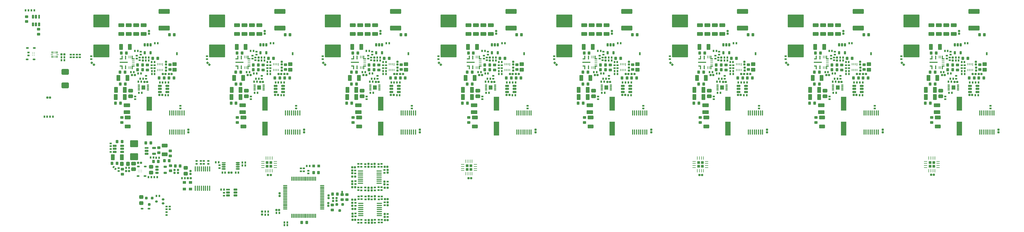
<source format=gtp>
G04*
G04 #@! TF.GenerationSoftware,Altium Limited,Altium Designer,19.1.6 (110)*
G04*
G04 Layer_Color=8421504*
%FSLAX43Y43*%
%MOMM*%
G71*
G01*
G75*
%ADD16R,0.900X0.900*%
G04:AMPARAMS|DCode=17|XSize=0.95mm|YSize=0.9mm|CornerRadius=0.09mm|HoleSize=0mm|Usage=FLASHONLY|Rotation=0.000|XOffset=0mm|YOffset=0mm|HoleType=Round|Shape=RoundedRectangle|*
%AMROUNDEDRECTD17*
21,1,0.950,0.720,0,0,0.0*
21,1,0.770,0.900,0,0,0.0*
1,1,0.180,0.385,-0.360*
1,1,0.180,-0.385,-0.360*
1,1,0.180,-0.385,0.360*
1,1,0.180,0.385,0.360*
%
%ADD17ROUNDEDRECTD17*%
G04:AMPARAMS|DCode=18|XSize=0.62mm|YSize=0.66mm|CornerRadius=0.062mm|HoleSize=0mm|Usage=FLASHONLY|Rotation=180.000|XOffset=0mm|YOffset=0mm|HoleType=Round|Shape=RoundedRectangle|*
%AMROUNDEDRECTD18*
21,1,0.620,0.536,0,0,180.0*
21,1,0.496,0.660,0,0,180.0*
1,1,0.124,-0.248,0.268*
1,1,0.124,0.248,0.268*
1,1,0.124,0.248,-0.268*
1,1,0.124,-0.248,-0.268*
%
%ADD18ROUNDEDRECTD18*%
G04:AMPARAMS|DCode=19|XSize=0.8mm|YSize=0.9mm|CornerRadius=0.2mm|HoleSize=0mm|Usage=FLASHONLY|Rotation=0.000|XOffset=0mm|YOffset=0mm|HoleType=Round|Shape=RoundedRectangle|*
%AMROUNDEDRECTD19*
21,1,0.800,0.500,0,0,0.0*
21,1,0.400,0.900,0,0,0.0*
1,1,0.400,0.200,-0.250*
1,1,0.400,-0.200,-0.250*
1,1,0.400,-0.200,0.250*
1,1,0.400,0.200,0.250*
%
%ADD19ROUNDEDRECTD19*%
%ADD20R,0.500X0.500*%
G04:AMPARAMS|DCode=21|XSize=0.95mm|YSize=0.9mm|CornerRadius=0.135mm|HoleSize=0mm|Usage=FLASHONLY|Rotation=90.000|XOffset=0mm|YOffset=0mm|HoleType=Round|Shape=RoundedRectangle|*
%AMROUNDEDRECTD21*
21,1,0.950,0.630,0,0,90.0*
21,1,0.680,0.900,0,0,90.0*
1,1,0.270,0.315,0.340*
1,1,0.270,0.315,-0.340*
1,1,0.270,-0.315,-0.340*
1,1,0.270,-0.315,0.340*
%
%ADD21ROUNDEDRECTD21*%
G04:AMPARAMS|DCode=22|XSize=0.62mm|YSize=0.66mm|CornerRadius=0.062mm|HoleSize=0mm|Usage=FLASHONLY|Rotation=270.000|XOffset=0mm|YOffset=0mm|HoleType=Round|Shape=RoundedRectangle|*
%AMROUNDEDRECTD22*
21,1,0.620,0.536,0,0,270.0*
21,1,0.496,0.660,0,0,270.0*
1,1,0.124,-0.268,-0.248*
1,1,0.124,-0.268,0.248*
1,1,0.124,0.268,0.248*
1,1,0.124,0.268,-0.248*
%
%ADD22ROUNDEDRECTD22*%
G04:AMPARAMS|DCode=23|XSize=0.65mm|YSize=0.57mm|CornerRadius=0.057mm|HoleSize=0mm|Usage=FLASHONLY|Rotation=180.000|XOffset=0mm|YOffset=0mm|HoleType=Round|Shape=RoundedRectangle|*
%AMROUNDEDRECTD23*
21,1,0.650,0.456,0,0,180.0*
21,1,0.536,0.570,0,0,180.0*
1,1,0.114,-0.268,0.228*
1,1,0.114,0.268,0.228*
1,1,0.114,0.268,-0.228*
1,1,0.114,-0.268,-0.228*
%
%ADD23ROUNDEDRECTD23*%
G04:AMPARAMS|DCode=24|XSize=0.35mm|YSize=1.7mm|CornerRadius=0.053mm|HoleSize=0mm|Usage=FLASHONLY|Rotation=90.000|XOffset=0mm|YOffset=0mm|HoleType=Round|Shape=RoundedRectangle|*
%AMROUNDEDRECTD24*
21,1,0.350,1.595,0,0,90.0*
21,1,0.245,1.700,0,0,90.0*
1,1,0.105,0.798,0.123*
1,1,0.105,0.798,-0.123*
1,1,0.105,-0.798,-0.123*
1,1,0.105,-0.798,0.123*
%
%ADD24ROUNDEDRECTD24*%
G04:AMPARAMS|DCode=25|XSize=0.65mm|YSize=0.57mm|CornerRadius=0.057mm|HoleSize=0mm|Usage=FLASHONLY|Rotation=90.000|XOffset=0mm|YOffset=0mm|HoleType=Round|Shape=RoundedRectangle|*
%AMROUNDEDRECTD25*
21,1,0.650,0.456,0,0,90.0*
21,1,0.536,0.570,0,0,90.0*
1,1,0.114,0.228,0.268*
1,1,0.114,0.228,-0.268*
1,1,0.114,-0.228,-0.268*
1,1,0.114,-0.228,0.268*
%
%ADD25ROUNDEDRECTD25*%
G04:AMPARAMS|DCode=26|XSize=0.5mm|YSize=0.8mm|CornerRadius=0.125mm|HoleSize=0mm|Usage=FLASHONLY|Rotation=270.000|XOffset=0mm|YOffset=0mm|HoleType=Round|Shape=RoundedRectangle|*
%AMROUNDEDRECTD26*
21,1,0.500,0.550,0,0,270.0*
21,1,0.250,0.800,0,0,270.0*
1,1,0.250,-0.275,-0.125*
1,1,0.250,-0.275,0.125*
1,1,0.250,0.275,0.125*
1,1,0.250,0.275,-0.125*
%
%ADD26ROUNDEDRECTD26*%
G04:AMPARAMS|DCode=27|XSize=1.45mm|YSize=1.15mm|CornerRadius=0.173mm|HoleSize=0mm|Usage=FLASHONLY|Rotation=0.000|XOffset=0mm|YOffset=0mm|HoleType=Round|Shape=RoundedRectangle|*
%AMROUNDEDRECTD27*
21,1,1.450,0.805,0,0,0.0*
21,1,1.105,1.150,0,0,0.0*
1,1,0.345,0.553,-0.403*
1,1,0.345,-0.553,-0.403*
1,1,0.345,-0.553,0.403*
1,1,0.345,0.553,0.403*
%
%ADD27ROUNDEDRECTD27*%
%ADD28O,0.350X1.700*%
G04:AMPARAMS|DCode=29|XSize=0.65mm|YSize=1.2mm|CornerRadius=0.163mm|HoleSize=0mm|Usage=FLASHONLY|Rotation=90.000|XOffset=0mm|YOffset=0mm|HoleType=Round|Shape=RoundedRectangle|*
%AMROUNDEDRECTD29*
21,1,0.650,0.875,0,0,90.0*
21,1,0.325,1.200,0,0,90.0*
1,1,0.325,0.438,0.163*
1,1,0.325,0.438,-0.163*
1,1,0.325,-0.438,-0.163*
1,1,0.325,-0.438,0.163*
%
%ADD29ROUNDEDRECTD29*%
%ADD30R,1.200X0.650*%
G04:AMPARAMS|DCode=31|XSize=0.6mm|YSize=1.2mm|CornerRadius=0.09mm|HoleSize=0mm|Usage=FLASHONLY|Rotation=90.000|XOffset=0mm|YOffset=0mm|HoleType=Round|Shape=RoundedRectangle|*
%AMROUNDEDRECTD31*
21,1,0.600,1.020,0,0,90.0*
21,1,0.420,1.200,0,0,90.0*
1,1,0.180,0.510,0.210*
1,1,0.180,0.510,-0.210*
1,1,0.180,-0.510,-0.210*
1,1,0.180,-0.510,0.210*
%
%ADD31ROUNDEDRECTD31*%
%ADD32R,1.200X0.600*%
G04:AMPARAMS|DCode=33|XSize=0.95mm|YSize=0.9mm|CornerRadius=0.09mm|HoleSize=0mm|Usage=FLASHONLY|Rotation=90.000|XOffset=0mm|YOffset=0mm|HoleType=Round|Shape=RoundedRectangle|*
%AMROUNDEDRECTD33*
21,1,0.950,0.720,0,0,90.0*
21,1,0.770,0.900,0,0,90.0*
1,1,0.180,0.360,0.385*
1,1,0.180,0.360,-0.385*
1,1,0.180,-0.360,-0.385*
1,1,0.180,-0.360,0.385*
%
%ADD33ROUNDEDRECTD33*%
G04:AMPARAMS|DCode=34|XSize=1.8mm|YSize=1.25mm|CornerRadius=0.188mm|HoleSize=0mm|Usage=FLASHONLY|Rotation=180.000|XOffset=0mm|YOffset=0mm|HoleType=Round|Shape=RoundedRectangle|*
%AMROUNDEDRECTD34*
21,1,1.800,0.875,0,0,180.0*
21,1,1.425,1.250,0,0,180.0*
1,1,0.375,-0.713,0.438*
1,1,0.375,0.713,0.438*
1,1,0.375,0.713,-0.438*
1,1,0.375,-0.713,-0.438*
%
%ADD34ROUNDEDRECTD34*%
G04:AMPARAMS|DCode=35|XSize=0.6mm|YSize=1.1mm|CornerRadius=0.15mm|HoleSize=0mm|Usage=FLASHONLY|Rotation=0.000|XOffset=0mm|YOffset=0mm|HoleType=Round|Shape=RoundedRectangle|*
%AMROUNDEDRECTD35*
21,1,0.600,0.800,0,0,0.0*
21,1,0.300,1.100,0,0,0.0*
1,1,0.300,0.150,-0.400*
1,1,0.300,-0.150,-0.400*
1,1,0.300,-0.150,0.400*
1,1,0.300,0.150,0.400*
%
%ADD35ROUNDEDRECTD35*%
G04:AMPARAMS|DCode=36|XSize=2.3mm|YSize=1.8mm|CornerRadius=0.27mm|HoleSize=0mm|Usage=FLASHONLY|Rotation=180.000|XOffset=0mm|YOffset=0mm|HoleType=Round|Shape=RoundedRectangle|*
%AMROUNDEDRECTD36*
21,1,2.300,1.260,0,0,180.0*
21,1,1.760,1.800,0,0,180.0*
1,1,0.540,-0.880,0.630*
1,1,0.540,0.880,0.630*
1,1,0.540,0.880,-0.630*
1,1,0.540,-0.880,-0.630*
%
%ADD36ROUNDEDRECTD36*%
G04:AMPARAMS|DCode=37|XSize=0.9mm|YSize=0.9mm|CornerRadius=0.135mm|HoleSize=0mm|Usage=FLASHONLY|Rotation=270.000|XOffset=0mm|YOffset=0mm|HoleType=Round|Shape=RoundedRectangle|*
%AMROUNDEDRECTD37*
21,1,0.900,0.630,0,0,270.0*
21,1,0.630,0.900,0,0,270.0*
1,1,0.270,-0.315,-0.315*
1,1,0.270,-0.315,0.315*
1,1,0.270,0.315,0.315*
1,1,0.270,0.315,-0.315*
%
%ADD37ROUNDEDRECTD37*%
%ADD38R,0.300X0.680*%
%ADD39R,0.250X0.680*%
%ADD40R,0.730X0.270*%
%ADD41R,0.800X0.300*%
%ADD42R,1.300X1.400*%
G04:AMPARAMS|DCode=43|XSize=0.65mm|YSize=0.57mm|CornerRadius=0.057mm|HoleSize=0mm|Usage=FLASHONLY|Rotation=45.000|XOffset=0mm|YOffset=0mm|HoleType=Round|Shape=RoundedRectangle|*
%AMROUNDEDRECTD43*
21,1,0.650,0.456,0,0,45.0*
21,1,0.536,0.570,0,0,45.0*
1,1,0.114,0.351,0.028*
1,1,0.114,-0.028,-0.351*
1,1,0.114,-0.351,-0.028*
1,1,0.114,0.028,0.351*
%
%ADD43ROUNDEDRECTD43*%
%ADD44C,0.250*%
G04:AMPARAMS|DCode=45|XSize=1.8mm|YSize=1.25mm|CornerRadius=0.188mm|HoleSize=0mm|Usage=FLASHONLY|Rotation=270.000|XOffset=0mm|YOffset=0mm|HoleType=Round|Shape=RoundedRectangle|*
%AMROUNDEDRECTD45*
21,1,1.800,0.875,0,0,270.0*
21,1,1.425,1.250,0,0,270.0*
1,1,0.375,-0.438,-0.713*
1,1,0.375,-0.438,0.713*
1,1,0.375,0.438,0.713*
1,1,0.375,0.438,-0.713*
%
%ADD45ROUNDEDRECTD45*%
%ADD46R,1.800X4.500*%
G04:AMPARAMS|DCode=47|XSize=2mm|YSize=1.2mm|CornerRadius=0.12mm|HoleSize=0mm|Usage=FLASHONLY|Rotation=180.000|XOffset=0mm|YOffset=0mm|HoleType=Round|Shape=RoundedRectangle|*
%AMROUNDEDRECTD47*
21,1,2.000,0.960,0,0,180.0*
21,1,1.760,1.200,0,0,180.0*
1,1,0.240,-0.880,0.480*
1,1,0.240,0.880,0.480*
1,1,0.240,0.880,-0.480*
1,1,0.240,-0.880,-0.480*
%
%ADD47ROUNDEDRECTD47*%
G04:AMPARAMS|DCode=48|XSize=2.5mm|YSize=2.2mm|CornerRadius=0.22mm|HoleSize=0mm|Usage=FLASHONLY|Rotation=0.000|XOffset=0mm|YOffset=0mm|HoleType=Round|Shape=RoundedRectangle|*
%AMROUNDEDRECTD48*
21,1,2.500,1.760,0,0,0.0*
21,1,2.060,2.200,0,0,0.0*
1,1,0.440,1.030,-0.880*
1,1,0.440,-1.030,-0.880*
1,1,0.440,-1.030,0.880*
1,1,0.440,1.030,0.880*
%
%ADD48ROUNDEDRECTD48*%
G04:AMPARAMS|DCode=49|XSize=0.33mm|YSize=1.13mm|CornerRadius=0.005mm|HoleSize=0mm|Usage=FLASHONLY|Rotation=180.000|XOffset=0mm|YOffset=0mm|HoleType=Round|Shape=RoundedRectangle|*
%AMROUNDEDRECTD49*
21,1,0.330,1.120,0,0,180.0*
21,1,0.320,1.130,0,0,180.0*
1,1,0.010,-0.160,0.560*
1,1,0.010,0.160,0.560*
1,1,0.010,0.160,-0.560*
1,1,0.010,-0.160,-0.560*
%
%ADD49ROUNDEDRECTD49*%
G04:AMPARAMS|DCode=50|XSize=0.33mm|YSize=0.93mm|CornerRadius=0.005mm|HoleSize=0mm|Usage=FLASHONLY|Rotation=270.000|XOffset=0mm|YOffset=0mm|HoleType=Round|Shape=RoundedRectangle|*
%AMROUNDEDRECTD50*
21,1,0.330,0.920,0,0,270.0*
21,1,0.320,0.930,0,0,270.0*
1,1,0.010,-0.460,-0.160*
1,1,0.010,-0.460,0.160*
1,1,0.010,0.460,0.160*
1,1,0.010,0.460,-0.160*
%
%ADD50ROUNDEDRECTD50*%
G04:AMPARAMS|DCode=51|XSize=0.18mm|YSize=0.83mm|CornerRadius=0mm|HoleSize=0mm|Usage=FLASHONLY|Rotation=0.000|XOffset=0mm|YOffset=0mm|HoleType=Round|Shape=RoundedRectangle|*
%AMROUNDEDRECTD51*
21,1,0.180,0.830,0,0,0.0*
21,1,0.180,0.830,0,0,0.0*
1,1,0.000,0.090,-0.415*
1,1,0.000,-0.090,-0.415*
1,1,0.000,-0.090,0.415*
1,1,0.000,0.090,0.415*
%
%ADD51ROUNDEDRECTD51*%
G04:AMPARAMS|DCode=52|XSize=0.33mm|YSize=0.83mm|CornerRadius=0.005mm|HoleSize=0mm|Usage=FLASHONLY|Rotation=270.000|XOffset=0mm|YOffset=0mm|HoleType=Round|Shape=RoundedRectangle|*
%AMROUNDEDRECTD52*
21,1,0.330,0.820,0,0,270.0*
21,1,0.320,0.830,0,0,270.0*
1,1,0.010,-0.410,-0.160*
1,1,0.010,-0.410,0.160*
1,1,0.010,0.410,0.160*
1,1,0.010,0.410,-0.160*
%
%ADD52ROUNDEDRECTD52*%
G04:AMPARAMS|DCode=53|XSize=0.28mm|YSize=1.13mm|CornerRadius=0mm|HoleSize=0mm|Usage=FLASHONLY|Rotation=0.000|XOffset=0mm|YOffset=0mm|HoleType=Round|Shape=RoundedRectangle|*
%AMROUNDEDRECTD53*
21,1,0.280,1.130,0,0,0.0*
21,1,0.280,1.130,0,0,0.0*
1,1,0.000,0.140,-0.565*
1,1,0.000,-0.140,-0.565*
1,1,0.000,-0.140,0.565*
1,1,0.000,0.140,0.565*
%
%ADD53ROUNDEDRECTD53*%
G04:AMPARAMS|DCode=54|XSize=0.18mm|YSize=0.83mm|CornerRadius=0mm|HoleSize=0mm|Usage=FLASHONLY|Rotation=270.000|XOffset=0mm|YOffset=0mm|HoleType=Round|Shape=RoundedRectangle|*
%AMROUNDEDRECTD54*
21,1,0.180,0.830,0,0,270.0*
21,1,0.180,0.830,0,0,270.0*
1,1,0.000,-0.415,-0.090*
1,1,0.000,-0.415,0.090*
1,1,0.000,0.415,0.090*
1,1,0.000,0.415,-0.090*
%
%ADD54ROUNDEDRECTD54*%
G04:AMPARAMS|DCode=55|XSize=0.23mm|YSize=0.83mm|CornerRadius=0mm|HoleSize=0mm|Usage=FLASHONLY|Rotation=270.000|XOffset=0mm|YOffset=0mm|HoleType=Round|Shape=RoundedRectangle|*
%AMROUNDEDRECTD55*
21,1,0.230,0.830,0,0,270.0*
21,1,0.230,0.830,0,0,270.0*
1,1,0.000,-0.415,-0.115*
1,1,0.000,-0.415,0.115*
1,1,0.000,0.415,0.115*
1,1,0.000,0.415,-0.115*
%
%ADD55ROUNDEDRECTD55*%
G04:AMPARAMS|DCode=56|XSize=0.33mm|YSize=2.53mm|CornerRadius=0.005mm|HoleSize=0mm|Usage=FLASHONLY|Rotation=270.000|XOffset=0mm|YOffset=0mm|HoleType=Round|Shape=RoundedRectangle|*
%AMROUNDEDRECTD56*
21,1,0.330,2.520,0,0,270.0*
21,1,0.320,2.530,0,0,270.0*
1,1,0.010,-1.260,-0.160*
1,1,0.010,-1.260,0.160*
1,1,0.010,1.260,0.160*
1,1,0.010,1.260,-0.160*
%
%ADD56ROUNDEDRECTD56*%
%ADD57O,1.100X0.250*%
%ADD58O,0.250X1.100*%
G04:AMPARAMS|DCode=59|XSize=1.35mm|YSize=1.15mm|CornerRadius=0.173mm|HoleSize=0mm|Usage=FLASHONLY|Rotation=0.000|XOffset=0mm|YOffset=0mm|HoleType=Round|Shape=RoundedRectangle|*
%AMROUNDEDRECTD59*
21,1,1.350,0.805,0,0,0.0*
21,1,1.005,1.150,0,0,0.0*
1,1,0.345,0.502,-0.403*
1,1,0.345,-0.502,-0.403*
1,1,0.345,-0.502,0.403*
1,1,0.345,0.502,0.403*
%
%ADD59ROUNDEDRECTD59*%
G04:AMPARAMS|DCode=60|XSize=0.7mm|YSize=0.8mm|CornerRadius=0.175mm|HoleSize=0mm|Usage=FLASHONLY|Rotation=270.000|XOffset=0mm|YOffset=0mm|HoleType=Round|Shape=RoundedRectangle|*
%AMROUNDEDRECTD60*
21,1,0.700,0.450,0,0,270.0*
21,1,0.350,0.800,0,0,270.0*
1,1,0.350,-0.225,-0.175*
1,1,0.350,-0.225,0.175*
1,1,0.350,0.225,0.175*
1,1,0.350,0.225,-0.175*
%
%ADD60ROUNDEDRECTD60*%
G04:AMPARAMS|DCode=61|XSize=0.62mm|YSize=0.66mm|CornerRadius=0.062mm|HoleSize=0mm|Usage=FLASHONLY|Rotation=45.000|XOffset=0mm|YOffset=0mm|HoleType=Round|Shape=RoundedRectangle|*
%AMROUNDEDRECTD61*
21,1,0.620,0.536,0,0,45.0*
21,1,0.496,0.660,0,0,45.0*
1,1,0.124,0.365,-0.014*
1,1,0.124,0.014,-0.365*
1,1,0.124,-0.365,0.014*
1,1,0.124,-0.014,0.365*
%
%ADD61ROUNDEDRECTD61*%
G04:AMPARAMS|DCode=62|XSize=5.1mm|YSize=4.1mm|CornerRadius=0.205mm|HoleSize=0mm|Usage=FLASHONLY|Rotation=180.000|XOffset=0mm|YOffset=0mm|HoleType=Round|Shape=RoundedRectangle|*
%AMROUNDEDRECTD62*
21,1,5.100,3.690,0,0,180.0*
21,1,4.690,4.100,0,0,180.0*
1,1,0.410,-2.345,1.845*
1,1,0.410,2.345,1.845*
1,1,0.410,2.345,-1.845*
1,1,0.410,-2.345,-1.845*
%
%ADD62ROUNDEDRECTD62*%
G04:AMPARAMS|DCode=63|XSize=3.5mm|YSize=1.6mm|CornerRadius=0.24mm|HoleSize=0mm|Usage=FLASHONLY|Rotation=0.000|XOffset=0mm|YOffset=0mm|HoleType=Round|Shape=RoundedRectangle|*
%AMROUNDEDRECTD63*
21,1,3.500,1.120,0,0,0.0*
21,1,3.020,1.600,0,0,0.0*
1,1,0.480,1.510,-0.560*
1,1,0.480,-1.510,-0.560*
1,1,0.480,-1.510,0.560*
1,1,0.480,1.510,0.560*
%
%ADD63ROUNDEDRECTD63*%
G04:AMPARAMS|DCode=64|XSize=1.3mm|YSize=1.2mm|CornerRadius=0.12mm|HoleSize=0mm|Usage=FLASHONLY|Rotation=180.000|XOffset=0mm|YOffset=0mm|HoleType=Round|Shape=RoundedRectangle|*
%AMROUNDEDRECTD64*
21,1,1.300,0.960,0,0,180.0*
21,1,1.060,1.200,0,0,180.0*
1,1,0.240,-0.530,0.480*
1,1,0.240,0.530,0.480*
1,1,0.240,0.530,-0.480*
1,1,0.240,-0.530,-0.480*
%
%ADD64ROUNDEDRECTD64*%
%ADD65R,0.250X0.800*%
%ADD66R,0.250X0.900*%
%ADD67R,1.300X0.450*%
%ADD68O,1.300X0.450*%
%ADD69R,1.000X0.900*%
%ADD70O,1.500X0.300*%
%ADD71O,0.300X1.500*%
G04:AMPARAMS|DCode=72|XSize=0.6mm|YSize=1.2mm|CornerRadius=0.09mm|HoleSize=0mm|Usage=FLASHONLY|Rotation=0.000|XOffset=0mm|YOffset=0mm|HoleType=Round|Shape=RoundedRectangle|*
%AMROUNDEDRECTD72*
21,1,0.600,1.020,0,0,0.0*
21,1,0.420,1.200,0,0,0.0*
1,1,0.180,0.210,-0.510*
1,1,0.180,-0.210,-0.510*
1,1,0.180,-0.210,0.510*
1,1,0.180,0.210,0.510*
%
%ADD72ROUNDEDRECTD72*%
%ADD73R,0.600X1.200*%
G04:AMPARAMS|DCode=74|XSize=0.6mm|YSize=1.1mm|CornerRadius=0.15mm|HoleSize=0mm|Usage=FLASHONLY|Rotation=90.000|XOffset=0mm|YOffset=0mm|HoleType=Round|Shape=RoundedRectangle|*
%AMROUNDEDRECTD74*
21,1,0.600,0.800,0,0,90.0*
21,1,0.300,1.100,0,0,90.0*
1,1,0.300,0.400,0.150*
1,1,0.300,0.400,-0.150*
1,1,0.300,-0.400,-0.150*
1,1,0.300,-0.400,0.150*
%
%ADD74ROUNDEDRECTD74*%
G04:AMPARAMS|DCode=75|XSize=1.35mm|YSize=1.15mm|CornerRadius=0.173mm|HoleSize=0mm|Usage=FLASHONLY|Rotation=270.000|XOffset=0mm|YOffset=0mm|HoleType=Round|Shape=RoundedRectangle|*
%AMROUNDEDRECTD75*
21,1,1.350,0.805,0,0,270.0*
21,1,1.005,1.150,0,0,270.0*
1,1,0.345,-0.403,-0.502*
1,1,0.345,-0.403,0.502*
1,1,0.345,0.403,0.502*
1,1,0.345,0.403,-0.502*
%
%ADD75ROUNDEDRECTD75*%
D16*
X299225Y19900D02*
D03*
X299225Y21100D02*
D03*
X298025Y19900D02*
D03*
X298025Y21100D02*
D03*
X225575Y19900D02*
D03*
X225575Y21100D02*
D03*
X224375Y19900D02*
D03*
X224375Y21100D02*
D03*
X151925Y18900D02*
D03*
X151925Y20100D02*
D03*
X150725Y18900D02*
D03*
X150725Y20100D02*
D03*
X88275Y19900D02*
D03*
X88275Y21100D02*
D03*
X87075Y19900D02*
D03*
X87075Y21100D02*
D03*
D17*
X107800Y7575D02*
D03*
Y5975D02*
D03*
X110950Y9250D02*
D03*
Y10850D02*
D03*
X112450Y9250D02*
D03*
Y10850D02*
D03*
X56275Y23225D02*
D03*
Y24825D02*
D03*
X52625Y24225D02*
D03*
Y25825D02*
D03*
X10500Y67700D02*
D03*
Y66100D02*
D03*
X41000Y17400D02*
D03*
Y19000D02*
D03*
X56325Y18450D02*
D03*
Y20050D02*
D03*
X313900Y52375D02*
D03*
Y50775D02*
D03*
X277075Y52375D02*
D03*
Y50775D02*
D03*
X240250Y52375D02*
D03*
Y50775D02*
D03*
X203425Y52375D02*
D03*
Y50775D02*
D03*
X166600Y52375D02*
D03*
Y50775D02*
D03*
X129775Y52375D02*
D03*
Y50775D02*
D03*
X92950Y52375D02*
D03*
Y50775D02*
D03*
X56125Y52375D02*
D03*
Y50775D02*
D03*
X298575Y35475D02*
D03*
Y33875D02*
D03*
X306750Y52275D02*
D03*
Y50675D02*
D03*
X261750Y35475D02*
D03*
Y33875D02*
D03*
X269925Y52275D02*
D03*
Y50675D02*
D03*
X224925Y35475D02*
D03*
Y33875D02*
D03*
X233100Y52275D02*
D03*
Y50675D02*
D03*
X188100Y35475D02*
D03*
Y33875D02*
D03*
X196275Y52275D02*
D03*
Y50675D02*
D03*
X151275Y35475D02*
D03*
Y33875D02*
D03*
X159450Y52275D02*
D03*
Y50675D02*
D03*
X114450Y35475D02*
D03*
Y33875D02*
D03*
X122625Y52275D02*
D03*
Y50675D02*
D03*
X77625Y35475D02*
D03*
Y33875D02*
D03*
X85800Y52275D02*
D03*
Y50675D02*
D03*
X40800Y35475D02*
D03*
Y33875D02*
D03*
X48975Y52275D02*
D03*
Y50675D02*
D03*
X14375Y62075D02*
D03*
Y63675D02*
D03*
D18*
X109150Y9765D02*
D03*
Y8885D02*
D03*
X106500Y8165D02*
D03*
Y7285D02*
D03*
X108100Y8835D02*
D03*
Y9715D02*
D03*
X106600Y9710D02*
D03*
Y10590D02*
D03*
X124475Y4655D02*
D03*
Y3775D02*
D03*
X114175Y7325D02*
D03*
Y8205D02*
D03*
X120400Y2745D02*
D03*
Y1865D02*
D03*
X119400Y9425D02*
D03*
Y10305D02*
D03*
X125450Y7500D02*
D03*
Y8380D02*
D03*
X114225Y4755D02*
D03*
Y3875D02*
D03*
X121325Y9425D02*
D03*
Y10305D02*
D03*
X119375Y2745D02*
D03*
Y1865D02*
D03*
X121275Y19775D02*
D03*
Y20655D02*
D03*
X119325Y13095D02*
D03*
Y12215D02*
D03*
X125400Y17850D02*
D03*
Y18730D02*
D03*
X114175Y15105D02*
D03*
Y14225D02*
D03*
X120350Y13095D02*
D03*
Y12215D02*
D03*
X124425Y15005D02*
D03*
Y14125D02*
D03*
X119350Y19775D02*
D03*
Y20655D02*
D03*
X114125Y17675D02*
D03*
Y18555D02*
D03*
X305275Y54615D02*
D03*
Y53735D02*
D03*
X268450Y54615D02*
D03*
Y53735D02*
D03*
X231625Y54615D02*
D03*
Y53735D02*
D03*
X194800Y54615D02*
D03*
Y53735D02*
D03*
X157975Y54615D02*
D03*
Y53735D02*
D03*
X121150Y54615D02*
D03*
Y53735D02*
D03*
X84325Y54615D02*
D03*
Y53735D02*
D03*
X47500Y54615D02*
D03*
Y53735D02*
D03*
X307250Y63090D02*
D03*
Y62210D02*
D03*
X319775Y30735D02*
D03*
Y31615D02*
D03*
X312650Y53265D02*
D03*
Y52385D02*
D03*
X312675Y51390D02*
D03*
Y50510D02*
D03*
X270425Y63090D02*
D03*
Y62210D02*
D03*
X282950Y30735D02*
D03*
Y31615D02*
D03*
X275825Y53265D02*
D03*
Y52385D02*
D03*
X275850Y51390D02*
D03*
Y50510D02*
D03*
X233600Y63090D02*
D03*
Y62210D02*
D03*
X246125Y30735D02*
D03*
Y31615D02*
D03*
X239000Y53265D02*
D03*
Y52385D02*
D03*
X239025Y51390D02*
D03*
Y50510D02*
D03*
X196775Y63090D02*
D03*
Y62210D02*
D03*
X209300Y30735D02*
D03*
Y31615D02*
D03*
X202175Y53265D02*
D03*
Y52385D02*
D03*
X202200Y51390D02*
D03*
Y50510D02*
D03*
X159950Y63090D02*
D03*
Y62210D02*
D03*
X172475Y30735D02*
D03*
Y31615D02*
D03*
X165350Y53265D02*
D03*
Y52385D02*
D03*
X165375Y51390D02*
D03*
Y50510D02*
D03*
X123125Y63090D02*
D03*
Y62210D02*
D03*
X135650Y30735D02*
D03*
Y31615D02*
D03*
X128525Y53265D02*
D03*
Y52385D02*
D03*
X128550Y51390D02*
D03*
Y50510D02*
D03*
X86300Y63090D02*
D03*
Y62210D02*
D03*
X98825Y30735D02*
D03*
Y31615D02*
D03*
X91700Y53265D02*
D03*
Y52385D02*
D03*
X91725Y51390D02*
D03*
Y50510D02*
D03*
X49475Y63090D02*
D03*
Y62210D02*
D03*
X62000Y30735D02*
D03*
Y31615D02*
D03*
X54875Y53265D02*
D03*
Y52385D02*
D03*
X54900Y51390D02*
D03*
Y50510D02*
D03*
X57625Y18690D02*
D03*
Y17810D02*
D03*
X62650Y18365D02*
D03*
Y17485D02*
D03*
X85470Y4525D02*
D03*
Y5405D02*
D03*
X91050Y10410D02*
D03*
Y11290D02*
D03*
X58675Y18690D02*
D03*
Y17810D02*
D03*
D19*
X111150Y7750D02*
D03*
X109250D02*
D03*
X110200Y5750D02*
D03*
X50525Y9725D02*
D03*
X48625D02*
D03*
X49575Y7725D02*
D03*
D20*
X110975Y11825D02*
D03*
Y11425D02*
D03*
X58350Y55675D02*
D03*
Y56075D02*
D03*
X316125D02*
D03*
Y55675D02*
D03*
X279300Y56075D02*
D03*
Y55675D02*
D03*
X242475Y56075D02*
D03*
Y55675D02*
D03*
X205650Y56075D02*
D03*
Y55675D02*
D03*
X168825Y56075D02*
D03*
Y55675D02*
D03*
X132000Y56075D02*
D03*
Y55675D02*
D03*
X95175Y56075D02*
D03*
Y55675D02*
D03*
D21*
X109423Y11000D02*
D03*
X107927D02*
D03*
X55873Y21700D02*
D03*
X54377D02*
D03*
X315298Y61875D02*
D03*
X313802D02*
D03*
X278473D02*
D03*
X276977D02*
D03*
X241648D02*
D03*
X240152D02*
D03*
X204823D02*
D03*
X203327D02*
D03*
X167998D02*
D03*
X166502D02*
D03*
X131173D02*
D03*
X129677D02*
D03*
X94348D02*
D03*
X92852D02*
D03*
X57523D02*
D03*
X56027D02*
D03*
X59348Y19975D02*
D03*
X57852D02*
D03*
D22*
X125415Y9415D02*
D03*
X124535D02*
D03*
X114235Y6265D02*
D03*
X115115D02*
D03*
X125440Y2740D02*
D03*
X124560D02*
D03*
X114185Y9240D02*
D03*
X115065D02*
D03*
X114235Y2840D02*
D03*
X115115D02*
D03*
X125365Y19765D02*
D03*
X124485D02*
D03*
X114185Y13190D02*
D03*
X115065D02*
D03*
X125390Y13090D02*
D03*
X124510D02*
D03*
X114135Y19590D02*
D03*
X115015D02*
D03*
X114185Y16615D02*
D03*
X115065D02*
D03*
X17135Y41825D02*
D03*
X18015D02*
D03*
X152005Y16100D02*
D03*
X151125D02*
D03*
X21635Y55675D02*
D03*
X22515D02*
D03*
X301860Y49025D02*
D03*
X302740D02*
D03*
X265035D02*
D03*
X265915D02*
D03*
X228210D02*
D03*
X229090D02*
D03*
X191385D02*
D03*
X192265D02*
D03*
X154560D02*
D03*
X155440D02*
D03*
X117735D02*
D03*
X118615D02*
D03*
X80910D02*
D03*
X81790D02*
D03*
X44085D02*
D03*
X44965D02*
D03*
X305805Y46875D02*
D03*
X306685D02*
D03*
X268980D02*
D03*
X269860D02*
D03*
X232155D02*
D03*
X233035D02*
D03*
X195330D02*
D03*
X196210D02*
D03*
X158505D02*
D03*
X159385D02*
D03*
X121680D02*
D03*
X122560D02*
D03*
X84855D02*
D03*
X85735D02*
D03*
X48030D02*
D03*
X48910D02*
D03*
X90915Y5975D02*
D03*
X90035D02*
D03*
X62740Y16125D02*
D03*
X61860D02*
D03*
X310585Y42650D02*
D03*
X311465D02*
D03*
X314440Y49400D02*
D03*
X313560D02*
D03*
X311635Y49400D02*
D03*
X312515D02*
D03*
X273760Y42650D02*
D03*
X274640D02*
D03*
X277615Y49400D02*
D03*
X276735D02*
D03*
X274810Y49400D02*
D03*
X275690D02*
D03*
X236935Y42650D02*
D03*
X237815D02*
D03*
X240790Y49400D02*
D03*
X239910D02*
D03*
X237985Y49400D02*
D03*
X238865D02*
D03*
X200110Y42650D02*
D03*
X200990D02*
D03*
X203965Y49400D02*
D03*
X203085D02*
D03*
X201160Y49400D02*
D03*
X202040D02*
D03*
X163285Y42650D02*
D03*
X164165D02*
D03*
X167140Y49400D02*
D03*
X166260D02*
D03*
X164335Y49400D02*
D03*
X165215D02*
D03*
X126460Y42650D02*
D03*
X127340D02*
D03*
X130315Y49400D02*
D03*
X129435D02*
D03*
X127510Y49400D02*
D03*
X128390D02*
D03*
X89635Y42650D02*
D03*
X90515D02*
D03*
X93490Y49400D02*
D03*
X92610D02*
D03*
X90685Y49400D02*
D03*
X91565D02*
D03*
X52810Y42650D02*
D03*
X53690D02*
D03*
X56665Y49400D02*
D03*
X55785D02*
D03*
X53860Y49400D02*
D03*
X54740D02*
D03*
X87335Y17150D02*
D03*
X88215D02*
D03*
X74869Y17859D02*
D03*
X75749D02*
D03*
X224635Y17150D02*
D03*
X225515D02*
D03*
X298360Y17200D02*
D03*
X299240D02*
D03*
X43115Y18425D02*
D03*
X42235D02*
D03*
X46035Y21025D02*
D03*
X46915D02*
D03*
D23*
X125450Y4665D02*
D03*
Y3755D02*
D03*
X115150Y7310D02*
D03*
Y8220D02*
D03*
X123550Y1935D02*
D03*
Y2845D02*
D03*
X116200Y10295D02*
D03*
Y9385D02*
D03*
X122600Y1940D02*
D03*
Y2850D02*
D03*
X117125Y10305D02*
D03*
Y9395D02*
D03*
X121375Y2785D02*
D03*
Y1875D02*
D03*
X118400Y9360D02*
D03*
Y10270D02*
D03*
X124475Y7465D02*
D03*
Y8375D02*
D03*
X115200Y4820D02*
D03*
Y3910D02*
D03*
X123525Y10295D02*
D03*
Y9385D02*
D03*
X116125Y1910D02*
D03*
Y2820D02*
D03*
X122600Y10280D02*
D03*
Y9370D02*
D03*
X117075Y1885D02*
D03*
Y2795D02*
D03*
X120375Y9365D02*
D03*
Y10275D02*
D03*
X118375Y2760D02*
D03*
Y1850D02*
D03*
X120325Y19715D02*
D03*
Y20625D02*
D03*
X118325Y13110D02*
D03*
Y12200D02*
D03*
X118350Y19710D02*
D03*
Y20620D02*
D03*
X122550Y20630D02*
D03*
Y19720D02*
D03*
X117025Y12235D02*
D03*
Y13145D02*
D03*
X123475Y20645D02*
D03*
Y19735D02*
D03*
X116075Y12260D02*
D03*
Y13170D02*
D03*
X117075Y20655D02*
D03*
Y19745D02*
D03*
X124425Y17815D02*
D03*
Y18725D02*
D03*
X116150Y20645D02*
D03*
Y19735D02*
D03*
X115150Y15170D02*
D03*
Y14260D02*
D03*
X121325Y13135D02*
D03*
Y12225D02*
D03*
X122550Y12290D02*
D03*
Y13200D02*
D03*
X115100Y17660D02*
D03*
Y18570D02*
D03*
X123500Y12285D02*
D03*
Y13195D02*
D03*
X125400Y15015D02*
D03*
Y14105D02*
D03*
X64650Y21580D02*
D03*
Y20670D02*
D03*
X68350Y21580D02*
D03*
Y20670D02*
D03*
X50350Y52175D02*
D03*
Y51265D02*
D03*
X27425Y55585D02*
D03*
Y54675D02*
D03*
X26500Y55585D02*
D03*
Y54675D02*
D03*
X25550Y55585D02*
D03*
Y54675D02*
D03*
X24600Y55585D02*
D03*
Y54675D02*
D03*
X39825Y18370D02*
D03*
Y19280D02*
D03*
X317250Y38345D02*
D03*
Y39255D02*
D03*
X280425Y38345D02*
D03*
Y39255D02*
D03*
X243600Y38345D02*
D03*
Y39255D02*
D03*
X206775Y38345D02*
D03*
Y39255D02*
D03*
X169950Y38345D02*
D03*
Y39255D02*
D03*
X133125Y38345D02*
D03*
Y39255D02*
D03*
X96300Y38345D02*
D03*
Y39255D02*
D03*
X59475Y38345D02*
D03*
Y39255D02*
D03*
X304600Y55570D02*
D03*
Y56480D02*
D03*
X267775Y55570D02*
D03*
Y56480D02*
D03*
X230950Y55570D02*
D03*
Y56480D02*
D03*
X194125Y55570D02*
D03*
Y56480D02*
D03*
X157300Y55570D02*
D03*
Y56480D02*
D03*
X120475Y55570D02*
D03*
Y56480D02*
D03*
X83650Y55570D02*
D03*
Y56480D02*
D03*
X46825Y55570D02*
D03*
Y56480D02*
D03*
X306350Y48780D02*
D03*
Y47870D02*
D03*
X303350Y54320D02*
D03*
Y55230D02*
D03*
X304300Y54655D02*
D03*
Y53745D02*
D03*
X269525Y48780D02*
D03*
Y47870D02*
D03*
X266525Y54320D02*
D03*
Y55230D02*
D03*
X267475Y54655D02*
D03*
Y53745D02*
D03*
X232700Y48780D02*
D03*
Y47870D02*
D03*
X229700Y54320D02*
D03*
Y55230D02*
D03*
X230650Y54655D02*
D03*
Y53745D02*
D03*
X195875Y48780D02*
D03*
Y47870D02*
D03*
X192875Y54320D02*
D03*
Y55230D02*
D03*
X193825Y54655D02*
D03*
Y53745D02*
D03*
X159050Y48780D02*
D03*
Y47870D02*
D03*
X156050Y54320D02*
D03*
Y55230D02*
D03*
X157000Y54655D02*
D03*
Y53745D02*
D03*
X122225Y48780D02*
D03*
Y47870D02*
D03*
X119225Y54320D02*
D03*
Y55230D02*
D03*
X120175Y54655D02*
D03*
Y53745D02*
D03*
X85400Y48780D02*
D03*
Y47870D02*
D03*
X82400Y54320D02*
D03*
Y55230D02*
D03*
X83350Y54655D02*
D03*
Y53745D02*
D03*
X48575Y48780D02*
D03*
Y47870D02*
D03*
X45575Y54320D02*
D03*
Y55230D02*
D03*
X46525Y54655D02*
D03*
Y53745D02*
D03*
X97800Y19255D02*
D03*
Y18345D02*
D03*
X98750Y19250D02*
D03*
Y18340D02*
D03*
X55100Y5255D02*
D03*
Y4345D02*
D03*
X55100Y7075D02*
D03*
Y6165D02*
D03*
X56075Y7080D02*
D03*
Y6170D02*
D03*
X302875Y41295D02*
D03*
Y42205D02*
D03*
X288900Y55030D02*
D03*
Y54120D02*
D03*
X309025Y51270D02*
D03*
Y52180D02*
D03*
X308125Y51265D02*
D03*
Y52175D02*
D03*
X266050Y41295D02*
D03*
Y42205D02*
D03*
X252075Y55030D02*
D03*
Y54120D02*
D03*
X272200Y51270D02*
D03*
Y52180D02*
D03*
X271300Y51265D02*
D03*
Y52175D02*
D03*
X229225Y41295D02*
D03*
Y42205D02*
D03*
X215250Y55030D02*
D03*
Y54120D02*
D03*
X235375Y51270D02*
D03*
Y52180D02*
D03*
X234475Y51265D02*
D03*
Y52175D02*
D03*
X192400Y41295D02*
D03*
Y42205D02*
D03*
X178425Y55030D02*
D03*
Y54120D02*
D03*
X198550Y51270D02*
D03*
Y52180D02*
D03*
X197650Y51265D02*
D03*
Y52175D02*
D03*
X155575Y41295D02*
D03*
Y42205D02*
D03*
X141600Y55030D02*
D03*
Y54120D02*
D03*
X161725Y51270D02*
D03*
Y52180D02*
D03*
X160825Y51265D02*
D03*
Y52175D02*
D03*
X118750Y41295D02*
D03*
Y42205D02*
D03*
X104775Y55030D02*
D03*
Y54120D02*
D03*
X124900Y51270D02*
D03*
Y52180D02*
D03*
X124000Y51265D02*
D03*
Y52175D02*
D03*
X81925Y41295D02*
D03*
Y42205D02*
D03*
X67950Y55030D02*
D03*
Y54120D02*
D03*
X88075Y51270D02*
D03*
Y52180D02*
D03*
X87175Y51265D02*
D03*
Y52175D02*
D03*
X45100Y41295D02*
D03*
Y42205D02*
D03*
X31125Y55030D02*
D03*
Y54120D02*
D03*
X51250Y51270D02*
D03*
Y52180D02*
D03*
X71900Y20230D02*
D03*
Y19320D02*
D03*
X65975Y20670D02*
D03*
Y21580D02*
D03*
X66925Y20670D02*
D03*
Y21580D02*
D03*
X100175Y18505D02*
D03*
Y17595D02*
D03*
X73325Y10545D02*
D03*
Y11455D02*
D03*
X11100Y55295D02*
D03*
Y56205D02*
D03*
X37300Y26320D02*
D03*
Y27230D02*
D03*
X37300Y25385D02*
D03*
Y24475D02*
D03*
D24*
X116875Y8040D02*
D03*
Y7390D02*
D03*
Y6740D02*
D03*
Y6090D02*
D03*
Y5440D02*
D03*
Y4790D02*
D03*
Y4140D02*
D03*
X122775Y8040D02*
D03*
Y7390D02*
D03*
Y6740D02*
D03*
Y6090D02*
D03*
Y5440D02*
D03*
Y4790D02*
D03*
Y4140D02*
D03*
X116825Y18390D02*
D03*
Y17740D02*
D03*
Y17090D02*
D03*
Y16440D02*
D03*
Y15790D02*
D03*
Y15140D02*
D03*
Y14490D02*
D03*
X122725Y18390D02*
D03*
Y17740D02*
D03*
Y17090D02*
D03*
Y16440D02*
D03*
Y15790D02*
D03*
Y15140D02*
D03*
Y14490D02*
D03*
D25*
X22530Y53775D02*
D03*
X21620D02*
D03*
X52705Y22650D02*
D03*
X51795D02*
D03*
X50875Y22675D02*
D03*
X49965D02*
D03*
X47205Y43325D02*
D03*
X46295D02*
D03*
X306270Y54650D02*
D03*
X307180D02*
D03*
X302770Y56750D02*
D03*
X303680D02*
D03*
X309120Y59225D02*
D03*
X310030D02*
D03*
X269445Y54650D02*
D03*
X270355D02*
D03*
X265945Y56750D02*
D03*
X266855D02*
D03*
X272295Y59225D02*
D03*
X273205D02*
D03*
X232620Y54650D02*
D03*
X233530D02*
D03*
X229120Y56750D02*
D03*
X230030D02*
D03*
X235470Y59225D02*
D03*
X236380D02*
D03*
X195795Y54650D02*
D03*
X196705D02*
D03*
X192295Y56750D02*
D03*
X193205D02*
D03*
X198645Y59225D02*
D03*
X199555D02*
D03*
X158970Y54650D02*
D03*
X159880D02*
D03*
X155470Y56750D02*
D03*
X156380D02*
D03*
X161820Y59225D02*
D03*
X162730D02*
D03*
X122145Y54650D02*
D03*
X123055D02*
D03*
X118645Y56750D02*
D03*
X119555D02*
D03*
X124995Y59225D02*
D03*
X125905D02*
D03*
X85320Y54650D02*
D03*
X86230D02*
D03*
X81820Y56750D02*
D03*
X82730D02*
D03*
X88170Y59225D02*
D03*
X89080D02*
D03*
X48495Y54650D02*
D03*
X49405D02*
D03*
X44995Y56750D02*
D03*
X45905D02*
D03*
X51345Y59225D02*
D03*
X52255D02*
D03*
X22530Y54700D02*
D03*
X21620D02*
D03*
X42220Y19425D02*
D03*
X43130D02*
D03*
X303770Y49525D02*
D03*
X304680D02*
D03*
X266945D02*
D03*
X267855D02*
D03*
X230120D02*
D03*
X231030D02*
D03*
X193295D02*
D03*
X194205D02*
D03*
X156470D02*
D03*
X157380D02*
D03*
X119645D02*
D03*
X120555D02*
D03*
X82820D02*
D03*
X83730D02*
D03*
X45995D02*
D03*
X46905D02*
D03*
X304495Y47850D02*
D03*
X305405D02*
D03*
X301500Y50000D02*
D03*
X302410D02*
D03*
X303895Y46900D02*
D03*
X304805D02*
D03*
X304070Y43325D02*
D03*
X304980D02*
D03*
X267670Y47850D02*
D03*
X268580D02*
D03*
X264675Y50000D02*
D03*
X265585D02*
D03*
X267070Y46900D02*
D03*
X267980D02*
D03*
X267245Y43325D02*
D03*
X268155D02*
D03*
X230845Y47850D02*
D03*
X231755D02*
D03*
X227850Y50000D02*
D03*
X228760D02*
D03*
X230245Y46900D02*
D03*
X231155D02*
D03*
X230420Y43325D02*
D03*
X231330D02*
D03*
X194020Y47850D02*
D03*
X194930D02*
D03*
X191025Y50000D02*
D03*
X191935D02*
D03*
X193420Y46900D02*
D03*
X194330D02*
D03*
X193595Y43325D02*
D03*
X194505D02*
D03*
X157195Y47850D02*
D03*
X158105D02*
D03*
X154200Y50000D02*
D03*
X155110D02*
D03*
X156595Y46900D02*
D03*
X157505D02*
D03*
X156770Y43325D02*
D03*
X157680D02*
D03*
X120370Y47850D02*
D03*
X121280D02*
D03*
X117375Y50000D02*
D03*
X118285D02*
D03*
X119770Y46900D02*
D03*
X120680D02*
D03*
X119945Y43325D02*
D03*
X120855D02*
D03*
X83545Y47850D02*
D03*
X84455D02*
D03*
X80550Y50000D02*
D03*
X81460D02*
D03*
X82945Y46900D02*
D03*
X83855D02*
D03*
X83120Y43325D02*
D03*
X84030D02*
D03*
X46720Y47850D02*
D03*
X47630D02*
D03*
X43725Y50000D02*
D03*
X44635D02*
D03*
X46120Y46900D02*
D03*
X47030D02*
D03*
X51845Y10450D02*
D03*
X52755D02*
D03*
X313380Y42625D02*
D03*
X312470D02*
D03*
X311605Y46625D02*
D03*
X310695D02*
D03*
X313430D02*
D03*
X312520D02*
D03*
X308095Y53200D02*
D03*
X309005D02*
D03*
X306245Y53700D02*
D03*
X307155D02*
D03*
X308145Y50325D02*
D03*
X309055D02*
D03*
X308145Y49400D02*
D03*
X309055D02*
D03*
X276555Y42625D02*
D03*
X275645D02*
D03*
X274780Y46625D02*
D03*
X273870D02*
D03*
X276605D02*
D03*
X275695D02*
D03*
X271270Y53200D02*
D03*
X272180D02*
D03*
X269420Y53700D02*
D03*
X270330D02*
D03*
X271320Y50325D02*
D03*
X272230D02*
D03*
X271320Y49400D02*
D03*
X272230D02*
D03*
X239730Y42625D02*
D03*
X238820D02*
D03*
X237955Y46625D02*
D03*
X237045D02*
D03*
X239780D02*
D03*
X238870D02*
D03*
X234445Y53200D02*
D03*
X235355D02*
D03*
X232595Y53700D02*
D03*
X233505D02*
D03*
X234495Y50325D02*
D03*
X235405D02*
D03*
X234495Y49400D02*
D03*
X235405D02*
D03*
X202905Y42625D02*
D03*
X201995D02*
D03*
X201130Y46625D02*
D03*
X200220D02*
D03*
X202955D02*
D03*
X202045D02*
D03*
X197620Y53200D02*
D03*
X198530D02*
D03*
X195770Y53700D02*
D03*
X196680D02*
D03*
X197670Y50325D02*
D03*
X198580D02*
D03*
X197670Y49400D02*
D03*
X198580D02*
D03*
X166080Y42625D02*
D03*
X165170D02*
D03*
X164305Y46625D02*
D03*
X163395D02*
D03*
X166130D02*
D03*
X165220D02*
D03*
X160795Y53200D02*
D03*
X161705D02*
D03*
X158945Y53700D02*
D03*
X159855D02*
D03*
X160845Y50325D02*
D03*
X161755D02*
D03*
X160845Y49400D02*
D03*
X161755D02*
D03*
X129255Y42625D02*
D03*
X128345D02*
D03*
X127480Y46625D02*
D03*
X126570D02*
D03*
X129305D02*
D03*
X128395D02*
D03*
X123970Y53200D02*
D03*
X124880D02*
D03*
X122120Y53700D02*
D03*
X123030D02*
D03*
X124020Y50325D02*
D03*
X124930D02*
D03*
X124020Y49400D02*
D03*
X124930D02*
D03*
X92430Y42625D02*
D03*
X91520D02*
D03*
X90655Y46625D02*
D03*
X89745D02*
D03*
X92480D02*
D03*
X91570D02*
D03*
X87145Y53200D02*
D03*
X88055D02*
D03*
X85295Y53700D02*
D03*
X86205D02*
D03*
X87195Y50325D02*
D03*
X88105D02*
D03*
X87195Y49400D02*
D03*
X88105D02*
D03*
X55605Y42625D02*
D03*
X54695D02*
D03*
X53830Y46625D02*
D03*
X52920D02*
D03*
X55655D02*
D03*
X54745D02*
D03*
X50320Y53200D02*
D03*
X51230D02*
D03*
X48470Y53700D02*
D03*
X49380D02*
D03*
X50370Y50325D02*
D03*
X51280D02*
D03*
X50370Y49400D02*
D03*
X51280D02*
D03*
X71630Y21150D02*
D03*
X70720D02*
D03*
X79220Y20150D02*
D03*
X80130D02*
D03*
X79220Y21075D02*
D03*
X80130D02*
D03*
X72820Y17850D02*
D03*
X73730D02*
D03*
X77045D02*
D03*
X77955D02*
D03*
X59970Y16125D02*
D03*
X60880D02*
D03*
X16170Y35725D02*
D03*
X17080D02*
D03*
X18905Y35725D02*
D03*
X17995D02*
D03*
X50205Y16475D02*
D03*
X49295D02*
D03*
X73330Y12450D02*
D03*
X72420D02*
D03*
X51195Y16475D02*
D03*
X52105D02*
D03*
X99670Y20000D02*
D03*
X100580D02*
D03*
X90930Y5025D02*
D03*
X90020D02*
D03*
X12095Y69725D02*
D03*
X13005D02*
D03*
X93480Y2000D02*
D03*
X92570D02*
D03*
X11130Y69725D02*
D03*
X10220D02*
D03*
X93480Y1075D02*
D03*
X92570D02*
D03*
X86485Y5425D02*
D03*
X87395D02*
D03*
X86490Y4450D02*
D03*
X87400D02*
D03*
D26*
X49450Y6350D02*
D03*
X47250D02*
D03*
X46000Y16775D02*
D03*
X48200D02*
D03*
X12945Y57650D02*
D03*
X10745D02*
D03*
X10725Y54025D02*
D03*
X12925D02*
D03*
X46075Y19800D02*
D03*
X48275D02*
D03*
D27*
X44575Y18950D02*
D03*
Y20750D02*
D03*
X301425Y44075D02*
D03*
Y42275D02*
D03*
X264600Y44075D02*
D03*
Y42275D02*
D03*
X227775Y44075D02*
D03*
Y42275D02*
D03*
X190950Y44075D02*
D03*
Y42275D02*
D03*
X154125Y44075D02*
D03*
Y42275D02*
D03*
X117300Y44075D02*
D03*
Y42275D02*
D03*
X80475Y44075D02*
D03*
Y42275D02*
D03*
X43650Y44075D02*
D03*
Y42275D02*
D03*
D28*
X318400Y36900D02*
D03*
X317750D02*
D03*
X317100D02*
D03*
X316450D02*
D03*
X315800D02*
D03*
X315150D02*
D03*
X314500D02*
D03*
X317100Y30800D02*
D03*
X316450D02*
D03*
X315800D02*
D03*
X315150D02*
D03*
X314500D02*
D03*
X313850D02*
D03*
Y36900D02*
D03*
X317750Y30800D02*
D03*
X318400D02*
D03*
X281575Y36900D02*
D03*
X280925D02*
D03*
X280275D02*
D03*
X279625D02*
D03*
X278975D02*
D03*
X278325D02*
D03*
X277675D02*
D03*
X280275Y30800D02*
D03*
X279625D02*
D03*
X278975D02*
D03*
X278325D02*
D03*
X277675D02*
D03*
X277025D02*
D03*
Y36900D02*
D03*
X280925Y30800D02*
D03*
X281575D02*
D03*
X244750Y36900D02*
D03*
X244100D02*
D03*
X243450D02*
D03*
X242800D02*
D03*
X242150D02*
D03*
X241500D02*
D03*
X240850D02*
D03*
X243450Y30800D02*
D03*
X242800D02*
D03*
X242150D02*
D03*
X241500D02*
D03*
X240850D02*
D03*
X240200D02*
D03*
Y36900D02*
D03*
X244100Y30800D02*
D03*
X244750D02*
D03*
X207925Y36900D02*
D03*
X207275D02*
D03*
X206625D02*
D03*
X205975D02*
D03*
X205325D02*
D03*
X204675D02*
D03*
X204025D02*
D03*
X206625Y30800D02*
D03*
X205975D02*
D03*
X205325D02*
D03*
X204675D02*
D03*
X204025D02*
D03*
X203375D02*
D03*
Y36900D02*
D03*
X207275Y30800D02*
D03*
X207925D02*
D03*
X171100Y36900D02*
D03*
X170450D02*
D03*
X169800D02*
D03*
X169150D02*
D03*
X168500D02*
D03*
X167850D02*
D03*
X167200D02*
D03*
X169800Y30800D02*
D03*
X169150D02*
D03*
X168500D02*
D03*
X167850D02*
D03*
X167200D02*
D03*
X166550D02*
D03*
Y36900D02*
D03*
X170450Y30800D02*
D03*
X171100D02*
D03*
X134275Y36900D02*
D03*
X133625D02*
D03*
X132975D02*
D03*
X132325D02*
D03*
X131675D02*
D03*
X131025D02*
D03*
X130375D02*
D03*
X132975Y30800D02*
D03*
X132325D02*
D03*
X131675D02*
D03*
X131025D02*
D03*
X130375D02*
D03*
X129725D02*
D03*
Y36900D02*
D03*
X133625Y30800D02*
D03*
X134275D02*
D03*
X97450Y36900D02*
D03*
X96800D02*
D03*
X96150D02*
D03*
X95500D02*
D03*
X94850D02*
D03*
X94200D02*
D03*
X93550D02*
D03*
X96150Y30800D02*
D03*
X95500D02*
D03*
X94850D02*
D03*
X94200D02*
D03*
X93550D02*
D03*
X92900D02*
D03*
Y36900D02*
D03*
X96800Y30800D02*
D03*
X97450D02*
D03*
X60625Y36900D02*
D03*
X59975D02*
D03*
X59325D02*
D03*
X58675D02*
D03*
X58025D02*
D03*
X57375D02*
D03*
X56725D02*
D03*
X59325Y30800D02*
D03*
X58675D02*
D03*
X58025D02*
D03*
X57375D02*
D03*
X56725D02*
D03*
X56075D02*
D03*
Y36900D02*
D03*
X59975Y30800D02*
D03*
X60625D02*
D03*
X64200Y12925D02*
D03*
X64850D02*
D03*
X65500D02*
D03*
X66150D02*
D03*
X66800D02*
D03*
X67450D02*
D03*
X68100D02*
D03*
X65500Y19025D02*
D03*
X66150D02*
D03*
X66800D02*
D03*
X67450D02*
D03*
X68100D02*
D03*
X68750D02*
D03*
Y12925D02*
D03*
X64850Y19025D02*
D03*
X64200D02*
D03*
D29*
X310725Y43650D02*
D03*
Y44600D02*
D03*
Y45550D02*
D03*
X313125D02*
D03*
Y44600D02*
D03*
X273900Y43650D02*
D03*
Y44600D02*
D03*
Y45550D02*
D03*
X276300D02*
D03*
Y44600D02*
D03*
X237075Y43650D02*
D03*
Y44600D02*
D03*
Y45550D02*
D03*
X239475D02*
D03*
Y44600D02*
D03*
X200250Y43650D02*
D03*
Y44600D02*
D03*
Y45550D02*
D03*
X202650D02*
D03*
Y44600D02*
D03*
X163425Y43650D02*
D03*
Y44600D02*
D03*
Y45550D02*
D03*
X165825D02*
D03*
Y44600D02*
D03*
X126600Y43650D02*
D03*
Y44600D02*
D03*
Y45550D02*
D03*
X129000D02*
D03*
Y44600D02*
D03*
X89775Y43650D02*
D03*
Y44600D02*
D03*
Y45550D02*
D03*
X92175D02*
D03*
Y44600D02*
D03*
X52950Y43650D02*
D03*
Y44600D02*
D03*
Y45550D02*
D03*
X55350D02*
D03*
Y44600D02*
D03*
X40925Y26425D02*
D03*
Y25475D02*
D03*
Y24525D02*
D03*
X38525D02*
D03*
Y25475D02*
D03*
D30*
X313125Y43650D02*
D03*
X276300D02*
D03*
X239475D02*
D03*
X202650D02*
D03*
X165825D02*
D03*
X129000D02*
D03*
X92175D02*
D03*
X55350D02*
D03*
X38525Y26425D02*
D03*
D31*
X51075Y23875D02*
D03*
Y25775D02*
D03*
X48675Y24825D02*
D03*
Y23875D02*
D03*
X74625Y10575D02*
D03*
Y11525D02*
D03*
X77025Y12475D02*
D03*
Y11525D02*
D03*
Y10575D02*
D03*
D32*
X48675Y25775D02*
D03*
X74625Y12475D02*
D03*
D33*
X48475Y27400D02*
D03*
X50075D02*
D03*
X52475Y21450D02*
D03*
X50875D02*
D03*
X308475Y54400D02*
D03*
X310075D02*
D03*
X271650D02*
D03*
X273250D02*
D03*
X234825D02*
D03*
X236425D02*
D03*
X198000D02*
D03*
X199600D02*
D03*
X161175D02*
D03*
X162775D02*
D03*
X124350D02*
D03*
X125950D02*
D03*
X87525D02*
D03*
X89125D02*
D03*
X50700D02*
D03*
X52300D02*
D03*
X54300Y48125D02*
D03*
X52700D02*
D03*
X303625Y50750D02*
D03*
X305225D02*
D03*
X266800D02*
D03*
X268400D02*
D03*
X229975D02*
D03*
X231575D02*
D03*
X193150D02*
D03*
X194750D02*
D03*
X156325D02*
D03*
X157925D02*
D03*
X119500D02*
D03*
X121100D02*
D03*
X82675D02*
D03*
X84275D02*
D03*
X45850D02*
D03*
X47450D02*
D03*
X37700Y20875D02*
D03*
X39300D02*
D03*
X39300Y27750D02*
D03*
X40900D02*
D03*
X300025Y56100D02*
D03*
X298425D02*
D03*
X299650Y50000D02*
D03*
X298050D02*
D03*
X303625Y52225D02*
D03*
X305225D02*
D03*
X263200Y56100D02*
D03*
X261600D02*
D03*
X262825Y50000D02*
D03*
X261225D02*
D03*
X266800Y52225D02*
D03*
X268400D02*
D03*
X226375Y56100D02*
D03*
X224775D02*
D03*
X226000Y50000D02*
D03*
X224400D02*
D03*
X229975Y52225D02*
D03*
X231575D02*
D03*
X189550Y56100D02*
D03*
X187950D02*
D03*
X189175Y50000D02*
D03*
X187575D02*
D03*
X193150Y52225D02*
D03*
X194750D02*
D03*
X152725Y56100D02*
D03*
X151125D02*
D03*
X152350Y50000D02*
D03*
X150750D02*
D03*
X156325Y52225D02*
D03*
X157925D02*
D03*
X115900Y56100D02*
D03*
X114300D02*
D03*
X115525Y50000D02*
D03*
X113925D02*
D03*
X119500Y52225D02*
D03*
X121100D02*
D03*
X79075Y56100D02*
D03*
X77475D02*
D03*
X78700Y50000D02*
D03*
X77100D02*
D03*
X82675Y52225D02*
D03*
X84275D02*
D03*
X42250Y56100D02*
D03*
X40650D02*
D03*
X41875Y50000D02*
D03*
X40275D02*
D03*
X45850Y52225D02*
D03*
X47450D02*
D03*
X310475Y48125D02*
D03*
X312075D02*
D03*
X273650D02*
D03*
X275250D02*
D03*
X236825D02*
D03*
X238425D02*
D03*
X200000D02*
D03*
X201600D02*
D03*
X163175D02*
D03*
X164775D02*
D03*
X126350D02*
D03*
X127950D02*
D03*
X89525D02*
D03*
X91125D02*
D03*
X315175Y48125D02*
D03*
X313575D02*
D03*
X278350D02*
D03*
X276750D02*
D03*
X241525D02*
D03*
X239925D02*
D03*
X204700D02*
D03*
X203100D02*
D03*
X167875D02*
D03*
X166275D02*
D03*
X131050D02*
D03*
X129450D02*
D03*
X94225D02*
D03*
X92625D02*
D03*
X57400D02*
D03*
X55800D02*
D03*
X299675Y46150D02*
D03*
X298075D02*
D03*
X298150Y40050D02*
D03*
X296550D02*
D03*
X262850Y46150D02*
D03*
X261250D02*
D03*
X261325Y40050D02*
D03*
X259725D02*
D03*
X226025Y46150D02*
D03*
X224425D02*
D03*
X224500Y40050D02*
D03*
X222900D02*
D03*
X189200Y46150D02*
D03*
X187600D02*
D03*
X187675Y40050D02*
D03*
X186075D02*
D03*
X152375Y46150D02*
D03*
X150775D02*
D03*
X150850Y40050D02*
D03*
X149250D02*
D03*
X115550Y46150D02*
D03*
X113950D02*
D03*
X114025Y40050D02*
D03*
X112425D02*
D03*
X78725Y46150D02*
D03*
X77125D02*
D03*
X77200Y40050D02*
D03*
X75600D02*
D03*
X41900Y46150D02*
D03*
X40300D02*
D03*
X40375Y40050D02*
D03*
X38775D02*
D03*
X98050Y2000D02*
D03*
X99650D02*
D03*
X101850Y17900D02*
D03*
X103450D02*
D03*
D34*
X54450Y23700D02*
D03*
Y26550D02*
D03*
X42700Y35450D02*
D03*
Y32600D02*
D03*
X79525D02*
D03*
Y35450D02*
D03*
X116350D02*
D03*
Y32600D02*
D03*
X153175D02*
D03*
Y35450D02*
D03*
X190000D02*
D03*
Y32600D02*
D03*
X226825D02*
D03*
Y35450D02*
D03*
X263650D02*
D03*
Y32600D02*
D03*
X300475D02*
D03*
Y35450D02*
D03*
X45450Y64975D02*
D03*
Y62125D02*
D03*
X82275D02*
D03*
Y64975D02*
D03*
X119100D02*
D03*
Y62125D02*
D03*
X155925D02*
D03*
Y64975D02*
D03*
X192750D02*
D03*
Y62125D02*
D03*
X229575D02*
D03*
Y64975D02*
D03*
X266400D02*
D03*
Y62125D02*
D03*
X303225D02*
D03*
Y64975D02*
D03*
X43075Y64975D02*
D03*
Y62125D02*
D03*
X79900D02*
D03*
Y64975D02*
D03*
X116725D02*
D03*
Y62125D02*
D03*
X153550D02*
D03*
Y64975D02*
D03*
X190375D02*
D03*
Y62125D02*
D03*
X227200D02*
D03*
Y64975D02*
D03*
X264025D02*
D03*
Y62125D02*
D03*
X300850D02*
D03*
Y64975D02*
D03*
X47825Y64975D02*
D03*
Y62125D02*
D03*
X84650D02*
D03*
Y64975D02*
D03*
X121475D02*
D03*
Y62125D02*
D03*
X158300D02*
D03*
Y64975D02*
D03*
X195125D02*
D03*
Y62125D02*
D03*
X231950D02*
D03*
Y64975D02*
D03*
X268775D02*
D03*
Y62125D02*
D03*
X305600D02*
D03*
Y64975D02*
D03*
X40675Y64975D02*
D03*
Y62125D02*
D03*
X77500D02*
D03*
Y64975D02*
D03*
X114325D02*
D03*
Y62125D02*
D03*
X151150D02*
D03*
Y64975D02*
D03*
X187975D02*
D03*
Y62125D02*
D03*
X224800D02*
D03*
Y64975D02*
D03*
X261625D02*
D03*
Y62125D02*
D03*
X298450D02*
D03*
Y64975D02*
D03*
D35*
X307800Y56125D02*
D03*
X305900D02*
D03*
Y58725D02*
D03*
X306850D02*
D03*
X307800D02*
D03*
X270975Y56125D02*
D03*
X269075D02*
D03*
Y58725D02*
D03*
X270025D02*
D03*
X270975D02*
D03*
X234150Y56125D02*
D03*
X232250D02*
D03*
Y58725D02*
D03*
X233200D02*
D03*
X234150D02*
D03*
X197325Y56125D02*
D03*
X195425D02*
D03*
Y58725D02*
D03*
X196375D02*
D03*
X197325D02*
D03*
X160500Y56125D02*
D03*
X158600D02*
D03*
Y58725D02*
D03*
X159550D02*
D03*
X160500D02*
D03*
X123675Y56125D02*
D03*
X121775D02*
D03*
Y58725D02*
D03*
X122725D02*
D03*
X123675D02*
D03*
X86850Y56125D02*
D03*
X84950D02*
D03*
Y58725D02*
D03*
X85900D02*
D03*
X86850D02*
D03*
X50025Y56125D02*
D03*
X48125D02*
D03*
Y58725D02*
D03*
X49075D02*
D03*
X50025D02*
D03*
D36*
X22800Y45750D02*
D03*
Y50050D02*
D03*
D37*
X101900Y19975D02*
D03*
X103500D02*
D03*
D38*
X20200Y56250D02*
D03*
X18700D02*
D03*
Y54900D02*
D03*
X20200D02*
D03*
D39*
X19700Y56250D02*
D03*
X19200D02*
D03*
Y54900D02*
D03*
X19700D02*
D03*
D40*
X18550Y55575D02*
D03*
X20350D02*
D03*
D41*
X46245Y45825D02*
D03*
Y45325D02*
D03*
Y44825D02*
D03*
Y44325D02*
D03*
X49155Y45825D02*
D03*
Y45325D02*
D03*
Y44825D02*
D03*
Y44325D02*
D03*
X85980D02*
D03*
Y44825D02*
D03*
Y45325D02*
D03*
Y45825D02*
D03*
X83070Y44325D02*
D03*
Y44825D02*
D03*
Y45325D02*
D03*
Y45825D02*
D03*
X119895D02*
D03*
Y45325D02*
D03*
Y44825D02*
D03*
Y44325D02*
D03*
X122805Y45825D02*
D03*
Y45325D02*
D03*
Y44825D02*
D03*
Y44325D02*
D03*
X159630D02*
D03*
Y44825D02*
D03*
Y45325D02*
D03*
Y45825D02*
D03*
X156720Y44325D02*
D03*
Y44825D02*
D03*
Y45325D02*
D03*
Y45825D02*
D03*
X193545D02*
D03*
Y45325D02*
D03*
Y44825D02*
D03*
Y44325D02*
D03*
X196455Y45825D02*
D03*
Y45325D02*
D03*
Y44825D02*
D03*
Y44325D02*
D03*
X233280D02*
D03*
Y44825D02*
D03*
Y45325D02*
D03*
Y45825D02*
D03*
X230370Y44325D02*
D03*
Y44825D02*
D03*
Y45325D02*
D03*
Y45825D02*
D03*
X267195D02*
D03*
Y45325D02*
D03*
Y44825D02*
D03*
Y44325D02*
D03*
X270105Y45825D02*
D03*
Y45325D02*
D03*
Y44825D02*
D03*
Y44325D02*
D03*
X306930D02*
D03*
Y44825D02*
D03*
Y45325D02*
D03*
Y45825D02*
D03*
X304020Y44325D02*
D03*
Y44825D02*
D03*
Y45325D02*
D03*
Y45825D02*
D03*
D42*
X47700Y45075D02*
D03*
X84525D02*
D03*
X121350D02*
D03*
X158175D02*
D03*
X195000D02*
D03*
X231825D02*
D03*
X268650D02*
D03*
X305475D02*
D03*
D43*
X38178Y19672D02*
D03*
X38822Y19028D02*
D03*
D44*
X46075Y18125D02*
D03*
Y18625D02*
D03*
X46575Y18125D02*
D03*
Y18625D02*
D03*
X47075Y18125D02*
D03*
Y18625D02*
D03*
X12975Y55275D02*
D03*
X12475D02*
D03*
X12975Y55775D02*
D03*
X12475D02*
D03*
X12975Y56275D02*
D03*
X12475D02*
D03*
D45*
X41775Y41975D02*
D03*
X38925D02*
D03*
X75750D02*
D03*
X78600D02*
D03*
X115425D02*
D03*
X112575D02*
D03*
X149400D02*
D03*
X152250D02*
D03*
X189075D02*
D03*
X186225D02*
D03*
X223050D02*
D03*
X225900D02*
D03*
X262725D02*
D03*
X259875D02*
D03*
X296700D02*
D03*
X299550D02*
D03*
X41800Y44275D02*
D03*
X38950D02*
D03*
X75775D02*
D03*
X78625D02*
D03*
X115450D02*
D03*
X112600D02*
D03*
X149425D02*
D03*
X152275D02*
D03*
X189100D02*
D03*
X186250D02*
D03*
X223075D02*
D03*
X225925D02*
D03*
X262750D02*
D03*
X259900D02*
D03*
X296725D02*
D03*
X299575D02*
D03*
X37950Y22825D02*
D03*
X40800D02*
D03*
X39750Y48075D02*
D03*
X42600D02*
D03*
X79425D02*
D03*
X76575D02*
D03*
X113400D02*
D03*
X116250D02*
D03*
X153075D02*
D03*
X150225D02*
D03*
X187050D02*
D03*
X189900D02*
D03*
X226725D02*
D03*
X223875D02*
D03*
X260700D02*
D03*
X263550D02*
D03*
X300375D02*
D03*
X297525D02*
D03*
X40550Y58025D02*
D03*
X43400D02*
D03*
X80225D02*
D03*
X77375D02*
D03*
X114200D02*
D03*
X117050D02*
D03*
X153875D02*
D03*
X151025D02*
D03*
X187850D02*
D03*
X190700D02*
D03*
X227525D02*
D03*
X224675D02*
D03*
X261500D02*
D03*
X264350D02*
D03*
X301175D02*
D03*
X298325D02*
D03*
D46*
X49600Y31950D02*
D03*
Y39900D02*
D03*
X86425D02*
D03*
Y31950D02*
D03*
X123250D02*
D03*
Y39900D02*
D03*
X160075D02*
D03*
Y31950D02*
D03*
X196900D02*
D03*
Y39900D02*
D03*
X233725D02*
D03*
Y31950D02*
D03*
X270550D02*
D03*
Y39900D02*
D03*
X307375D02*
D03*
Y31950D02*
D03*
D47*
X300250Y37150D02*
D03*
Y39350D02*
D03*
X263425Y37150D02*
D03*
Y39350D02*
D03*
X226600Y37150D02*
D03*
Y39350D02*
D03*
X189775Y37150D02*
D03*
Y39350D02*
D03*
X152950Y37150D02*
D03*
Y39350D02*
D03*
X116125Y37150D02*
D03*
Y39350D02*
D03*
X79300Y37150D02*
D03*
Y39350D02*
D03*
X42475Y37150D02*
D03*
Y39350D02*
D03*
D48*
X44700Y22950D02*
D03*
Y27150D02*
D03*
D49*
X298675Y54625D02*
D03*
X298675Y51525D02*
D03*
X299825D02*
D03*
Y54625D02*
D03*
X261850Y54625D02*
D03*
X261850Y51525D02*
D03*
X263000D02*
D03*
Y54625D02*
D03*
X225025Y54625D02*
D03*
X225025Y51525D02*
D03*
X226175D02*
D03*
Y54625D02*
D03*
X188200D02*
D03*
X188200Y51525D02*
D03*
X189350D02*
D03*
Y54625D02*
D03*
X151375Y54625D02*
D03*
X151375Y51525D02*
D03*
X152525D02*
D03*
Y54625D02*
D03*
X114550Y54625D02*
D03*
X114550Y51525D02*
D03*
X115700D02*
D03*
Y54625D02*
D03*
X77725Y54625D02*
D03*
X77725Y51525D02*
D03*
X78875D02*
D03*
Y54625D02*
D03*
X40900D02*
D03*
X40900Y51525D02*
D03*
X42050D02*
D03*
Y54625D02*
D03*
D50*
X298375Y54225D02*
D03*
X298375Y51925D02*
D03*
X261550Y54225D02*
D03*
X261550Y51925D02*
D03*
X224725Y54225D02*
D03*
X224725Y51925D02*
D03*
X187900Y54225D02*
D03*
X187900Y51925D02*
D03*
X151075Y54225D02*
D03*
X151075Y51925D02*
D03*
X114250Y54225D02*
D03*
X114250Y51925D02*
D03*
X77425Y54225D02*
D03*
X77425Y51925D02*
D03*
X40600Y54225D02*
D03*
X40600Y51925D02*
D03*
D51*
X300900Y51375D02*
D03*
X301400D02*
D03*
Y54775D02*
D03*
X300900D02*
D03*
X264075Y51375D02*
D03*
X264575D02*
D03*
Y54775D02*
D03*
X264075D02*
D03*
X227250Y51375D02*
D03*
X227750D02*
D03*
Y54775D02*
D03*
X227250D02*
D03*
X190425Y51375D02*
D03*
X190925D02*
D03*
Y54775D02*
D03*
X190425D02*
D03*
X153600Y51375D02*
D03*
X154100D02*
D03*
Y54775D02*
D03*
X153600D02*
D03*
X116775Y51375D02*
D03*
X117275D02*
D03*
Y54775D02*
D03*
X116775D02*
D03*
X79950Y51375D02*
D03*
X80450D02*
D03*
Y54775D02*
D03*
X79950D02*
D03*
X43125Y51375D02*
D03*
X43625D02*
D03*
Y54775D02*
D03*
X43125D02*
D03*
D52*
X302225Y54225D02*
D03*
Y51925D02*
D03*
X265400Y54225D02*
D03*
Y51925D02*
D03*
X228575Y54225D02*
D03*
Y51925D02*
D03*
X191750Y54225D02*
D03*
Y51925D02*
D03*
X154925Y54225D02*
D03*
Y51925D02*
D03*
X118100Y54225D02*
D03*
Y51925D02*
D03*
X81275Y54225D02*
D03*
Y51925D02*
D03*
X44450Y54225D02*
D03*
Y51925D02*
D03*
D53*
X301950Y54625D02*
D03*
Y51525D02*
D03*
X265125Y54625D02*
D03*
Y51525D02*
D03*
X228300Y54625D02*
D03*
Y51525D02*
D03*
X191475Y54625D02*
D03*
Y51525D02*
D03*
X154650Y54625D02*
D03*
Y51525D02*
D03*
X117825Y54625D02*
D03*
Y51525D02*
D03*
X81000Y54625D02*
D03*
Y51525D02*
D03*
X44175Y54625D02*
D03*
Y51525D02*
D03*
D54*
X302225Y52550D02*
D03*
Y53600D02*
D03*
X265400Y52550D02*
D03*
Y53600D02*
D03*
X228575Y52550D02*
D03*
Y53600D02*
D03*
X191750Y52550D02*
D03*
Y53600D02*
D03*
X154925Y52550D02*
D03*
Y53600D02*
D03*
X118100Y52550D02*
D03*
Y53600D02*
D03*
X81275Y52550D02*
D03*
Y53600D02*
D03*
X44450Y52550D02*
D03*
Y53600D02*
D03*
D55*
X302225Y53075D02*
D03*
X265400Y53075D02*
D03*
X228575Y53075D02*
D03*
X191750D02*
D03*
X154925Y53075D02*
D03*
X118100Y53075D02*
D03*
X81275Y53075D02*
D03*
X44450D02*
D03*
D56*
X299175Y53075D02*
D03*
X262350Y53075D02*
D03*
X225525Y53075D02*
D03*
X188700D02*
D03*
X151875Y53075D02*
D03*
X115050Y53075D02*
D03*
X78225Y53075D02*
D03*
X41400D02*
D03*
D57*
X300625Y19525D02*
D03*
Y20175D02*
D03*
Y20825D02*
D03*
Y21475D02*
D03*
X296625D02*
D03*
Y20825D02*
D03*
Y20175D02*
D03*
Y19525D02*
D03*
X226975D02*
D03*
Y20175D02*
D03*
Y20825D02*
D03*
Y21475D02*
D03*
X222975D02*
D03*
Y20825D02*
D03*
Y20175D02*
D03*
Y19525D02*
D03*
X153325Y18525D02*
D03*
Y19175D02*
D03*
Y19825D02*
D03*
Y20475D02*
D03*
X149325D02*
D03*
Y19825D02*
D03*
Y19175D02*
D03*
Y18525D02*
D03*
X89675Y19525D02*
D03*
Y20175D02*
D03*
Y20825D02*
D03*
Y21475D02*
D03*
X85675D02*
D03*
Y20825D02*
D03*
Y20175D02*
D03*
Y19525D02*
D03*
D58*
X299600Y22500D02*
D03*
X298950D02*
D03*
X298300D02*
D03*
X297650D02*
D03*
Y18500D02*
D03*
X298300D02*
D03*
X298950D02*
D03*
X299600D02*
D03*
X225950Y22500D02*
D03*
X225300D02*
D03*
X224650D02*
D03*
X224000D02*
D03*
Y18500D02*
D03*
X224650D02*
D03*
X225300D02*
D03*
X225950D02*
D03*
X152300Y21500D02*
D03*
X151650D02*
D03*
X151000D02*
D03*
X150350D02*
D03*
Y17500D02*
D03*
X151000D02*
D03*
X151650D02*
D03*
X152300D02*
D03*
X88650Y22500D02*
D03*
X88000D02*
D03*
X87350D02*
D03*
X86700D02*
D03*
Y18500D02*
D03*
X87350D02*
D03*
X88000D02*
D03*
X88650D02*
D03*
D59*
X47025Y8150D02*
D03*
Y10050D02*
D03*
X61150Y17525D02*
D03*
Y19425D02*
D03*
X50125Y19775D02*
D03*
Y17875D02*
D03*
D60*
X53975Y8025D02*
D03*
Y9325D02*
D03*
X51825Y8675D02*
D03*
D61*
X289064Y52936D02*
D03*
X289686Y52314D02*
D03*
X252239Y52936D02*
D03*
X252861Y52314D02*
D03*
X215414Y52936D02*
D03*
X216036Y52314D02*
D03*
X178589Y52936D02*
D03*
X179211Y52314D02*
D03*
X141764Y52936D02*
D03*
X142386Y52314D02*
D03*
X104939Y52936D02*
D03*
X105561Y52314D02*
D03*
X68114Y52936D02*
D03*
X68736Y52314D02*
D03*
X31289Y52936D02*
D03*
X31911Y52314D02*
D03*
D62*
X292125Y66275D02*
D03*
Y56775D02*
D03*
X255300Y66275D02*
D03*
Y56775D02*
D03*
X218475Y66275D02*
D03*
Y56775D02*
D03*
X181650Y66275D02*
D03*
Y56775D02*
D03*
X144825Y66275D02*
D03*
Y56775D02*
D03*
X108000Y66275D02*
D03*
Y56775D02*
D03*
X71175Y66275D02*
D03*
Y56775D02*
D03*
X34350Y66275D02*
D03*
Y56775D02*
D03*
D63*
X312050Y69375D02*
D03*
Y64025D02*
D03*
X275225Y69375D02*
D03*
Y64025D02*
D03*
X238400Y69375D02*
D03*
Y64025D02*
D03*
X201575Y69375D02*
D03*
Y64025D02*
D03*
X164750Y69375D02*
D03*
Y64025D02*
D03*
X127925Y69375D02*
D03*
Y64025D02*
D03*
X91100Y69375D02*
D03*
Y64025D02*
D03*
X54275Y69375D02*
D03*
Y64025D02*
D03*
D64*
X315375Y52526D02*
D03*
Y50724D02*
D03*
X278550Y52526D02*
D03*
Y50724D02*
D03*
X241725Y52526D02*
D03*
Y50724D02*
D03*
X204900Y52526D02*
D03*
Y50724D02*
D03*
X168075Y52526D02*
D03*
Y50724D02*
D03*
X131250Y52526D02*
D03*
Y50724D02*
D03*
X94425Y52526D02*
D03*
Y50724D02*
D03*
X57600Y52526D02*
D03*
Y50724D02*
D03*
D65*
X310079Y50640D02*
D03*
X310579D02*
D03*
X311079D02*
D03*
X311579D02*
D03*
X310079Y52470D02*
D03*
X310579D02*
D03*
X311079D02*
D03*
X273254Y50640D02*
D03*
X273754D02*
D03*
X274254D02*
D03*
X274754D02*
D03*
X273254Y52470D02*
D03*
X273754D02*
D03*
X274254D02*
D03*
X236429Y50640D02*
D03*
X236929D02*
D03*
X237429D02*
D03*
X237929D02*
D03*
X236429Y52470D02*
D03*
X236929D02*
D03*
X237429D02*
D03*
X199604Y50640D02*
D03*
X200104D02*
D03*
X200604D02*
D03*
X201104D02*
D03*
X199604Y52470D02*
D03*
X200104D02*
D03*
X200604D02*
D03*
X162779Y50640D02*
D03*
X163279D02*
D03*
X163779D02*
D03*
X164279D02*
D03*
X162779Y52470D02*
D03*
X163279D02*
D03*
X163779D02*
D03*
X125954Y50640D02*
D03*
X126454D02*
D03*
X126954D02*
D03*
X127454D02*
D03*
X125954Y52470D02*
D03*
X126454D02*
D03*
X126954D02*
D03*
X89129Y50640D02*
D03*
X89629D02*
D03*
X90129D02*
D03*
X90629D02*
D03*
X89129Y52470D02*
D03*
X89629D02*
D03*
X90129D02*
D03*
X52304Y50640D02*
D03*
X52804D02*
D03*
X53304D02*
D03*
X53804D02*
D03*
X52304Y52470D02*
D03*
X52804D02*
D03*
X53304D02*
D03*
D66*
X311579Y52420D02*
D03*
X274754D02*
D03*
X237929D02*
D03*
X201104D02*
D03*
X164279D02*
D03*
X127454D02*
D03*
X90629D02*
D03*
X53804D02*
D03*
D67*
X73250Y21050D02*
D03*
D68*
Y20400D02*
D03*
Y19750D02*
D03*
Y19100D02*
D03*
X77750Y21050D02*
D03*
Y20400D02*
D03*
Y19750D02*
D03*
Y19100D02*
D03*
D69*
X62675Y14750D02*
D03*
Y12650D02*
D03*
X60775Y14750D02*
D03*
Y12650D02*
D03*
D70*
X92816Y6259D02*
D03*
Y6759D02*
D03*
Y7259D02*
D03*
Y7759D02*
D03*
Y8259D02*
D03*
Y8759D02*
D03*
Y9259D02*
D03*
Y9759D02*
D03*
Y10259D02*
D03*
Y10759D02*
D03*
Y11259D02*
D03*
Y11759D02*
D03*
Y12259D02*
D03*
Y12759D02*
D03*
Y13259D02*
D03*
Y13759D02*
D03*
X104616D02*
D03*
Y13259D02*
D03*
Y12759D02*
D03*
Y12259D02*
D03*
Y11759D02*
D03*
Y11259D02*
D03*
Y10759D02*
D03*
Y10259D02*
D03*
Y9759D02*
D03*
Y9259D02*
D03*
Y8759D02*
D03*
Y8259D02*
D03*
Y7759D02*
D03*
Y7259D02*
D03*
Y6759D02*
D03*
Y6259D02*
D03*
D71*
X94966Y15909D02*
D03*
X95466D02*
D03*
X95966D02*
D03*
X96466D02*
D03*
X96966D02*
D03*
X97466D02*
D03*
X97966D02*
D03*
X98466D02*
D03*
X98966D02*
D03*
X99466D02*
D03*
X99966D02*
D03*
X100466D02*
D03*
X100966D02*
D03*
X101466D02*
D03*
X101966D02*
D03*
X102466D02*
D03*
Y4109D02*
D03*
X101966D02*
D03*
X101466D02*
D03*
X100966D02*
D03*
X100466D02*
D03*
X99966D02*
D03*
X99466D02*
D03*
X98966D02*
D03*
X98466D02*
D03*
X97966D02*
D03*
X97466D02*
D03*
X96966D02*
D03*
X96466D02*
D03*
X95966D02*
D03*
X95466D02*
D03*
X94966D02*
D03*
D72*
X12575Y67650D02*
D03*
X13525D02*
D03*
X14475Y65250D02*
D03*
X13525D02*
D03*
X12575D02*
D03*
D73*
X14475Y67650D02*
D03*
D74*
X54600Y19720D02*
D03*
Y17820D02*
D03*
X52000D02*
D03*
Y18770D02*
D03*
Y19720D02*
D03*
D75*
X40875Y20700D02*
D03*
X42775D02*
D03*
M02*

</source>
